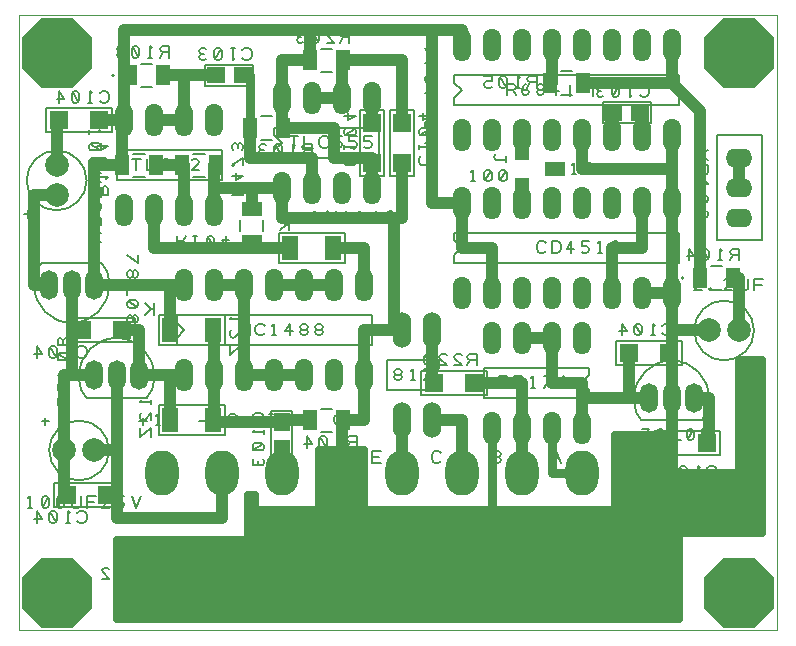
<source format=gbr>
G04 EasyPC Gerber Version 19.0.2 Build 3920 *
G04 #@! TF.Part,Single*
G04 #@! TF.FileFunction,Legend,Top *
%FSLAX35Y35*%
%MOIN*%
G04 #@! TA.AperFunction,WasherPad*
%AMT97*0 Octagon Pad at angle 0*4,1,8,-0.04892,-0.11811,0.04892,-0.11811,0.11811,-0.04892,0.11811,0.04892,0.04892,0.11811,-0.04892,0.11811,-0.11811,0.04892,-0.11811,-0.04892,-0.04892,-0.11811,0*%
%ADD97T97*%
G04 #@! TA.AperFunction,ComponentPad*
%ADD114O,0.05984X0.09843*%
%ADD111O,0.06000X0.11000*%
%ADD115O,0.06000X0.12000*%
G04 #@! TA.AperFunction,WasherPad*
%ADD131O,0.11024X0.14961*%
G04 #@! TA.AperFunction,SMDPad*
%ADD71R,0.04900X0.06900*%
%ADD116R,0.05500X0.06000*%
%ADD112R,0.05500X0.08000*%
%ADD117R,0.06300X0.06300*%
G04 #@! TD.AperFunction*
%ADD15C,0.00100*%
%ADD10C,0.00500*%
%ADD20C,0.00600*%
%ADD11C,0.02500*%
%ADD102C,0.02953*%
%ADD93C,0.03959*%
G04 #@! TA.AperFunction,WasherPad*
%ADD92O,0.08858X0.06299*%
G04 #@! TA.AperFunction,ComponentPad*
%ADD99C,0.07874*%
G04 #@! TA.AperFunction,WasherPad*
%ADD110R,0.06900X0.04900*%
G04 #@! TA.AperFunction,SMDPad*
%ADD113R,0.06000X0.05500*%
X0Y0D02*
D02*
D10*
X1677475Y1738437D02*
X1678725D01*
X1678100D02*
Y1742187D01*
X1677475Y1741563*
X1682163Y1738750D02*
X1682787Y1738437D01*
X1683413*
X1684037Y1738750*
X1684350Y1739375*
Y1741250*
X1684037Y1741875*
X1683413Y1742187*
X1682787*
X1682163Y1741875*
X1681850Y1741250*
Y1739375*
X1682163Y1738750*
X1684037Y1741875*
X1687163Y1738750D02*
X1687787Y1738437D01*
X1688413*
X1689037Y1738750*
X1689350Y1739375*
Y1741250*
X1689037Y1741875*
X1688413Y1742187*
X1687787*
X1687163Y1741875*
X1686850Y1741250*
Y1739375*
X1687163Y1738750*
X1689037Y1741875*
X1691850Y1742187D02*
Y1739375D01*
X1692163Y1738750*
X1692787Y1738437*
X1694037*
X1694663Y1738750*
X1694975Y1739375*
Y1742187*
X1696850Y1738437D02*
Y1742187D01*
X1699975*
X1699350Y1740313D02*
X1696850D01*
X1704350Y1738437D02*
X1701850D01*
X1704037Y1740625*
X1704350Y1741250*
X1704037Y1741875*
X1703413Y1742187*
X1702475*
X1701850Y1741875*
X1706850Y1738750D02*
X1707475Y1738437D01*
X1708413*
X1709037Y1738750*
X1709350Y1739375*
Y1739687*
X1709037Y1740313*
X1708413Y1740625*
X1706850*
Y1742187*
X1709350*
X1711850D02*
X1713413Y1738437D01*
X1714975Y1742187*
X1677163Y1835000D02*
Y1837500D01*
X1678413Y1836250D02*
X1675913D01*
X1681850Y1767187D02*
X1684350D01*
X1683100Y1765937D02*
Y1768437D01*
X1684350Y1757500D02*
G75*
G02X1694350Y1767500I10000D01*
G01*
G75*
G02X1704350Y1757500J-10000*
G01*
G75*
G02X1694350Y1747500I-10000*
G01*
G75*
G02X1684350Y1757500J10000*
G01*
X1686850Y1837500D02*
G75*
G02X1676850Y1847500J10000D01*
G01*
G75*
G02X1686850Y1857500I10000*
G01*
G75*
G02X1696850Y1847500J-10000*
G01*
G75*
G02X1686850Y1837500I-10000*
G01*
X1690913Y1772500D02*
X1687163Y1775000D01*
Y1772500*
X1690913Y1778437D02*
X1690600Y1779063D01*
X1689975Y1779687*
X1689037Y1780000*
X1688100*
X1687475Y1779687*
X1687163Y1779063*
Y1778437*
X1687475Y1777813*
X1688100Y1777500*
X1688725Y1777813*
X1689037Y1778437*
Y1779063*
X1688725Y1779687*
X1688100Y1780000*
X1687163Y1782500D02*
X1690913D01*
Y1785625*
X1690600Y1787813D02*
X1690913Y1788437D01*
Y1789063*
X1690600Y1789687*
X1689975Y1790000*
X1688100*
X1687475Y1789687*
X1687163Y1789063*
Y1788437*
X1687475Y1787813*
X1688100Y1787500*
X1689975*
X1690600Y1787813*
X1687475Y1789687*
X1689037Y1793437D02*
Y1794063D01*
X1688725Y1794687*
X1688100Y1795000*
X1687475Y1794687*
X1687163Y1794063*
Y1793437*
X1687475Y1792813*
X1688100Y1792500*
X1688725Y1792813*
X1689037Y1793437*
X1689350Y1792813*
X1689975Y1792500*
X1690600Y1792813*
X1690913Y1793437*
Y1794063*
X1690600Y1794687*
X1689975Y1795000*
X1689350Y1794687*
X1689037Y1794063*
X1694350Y1782500D02*
G75*
G02X1706850Y1795000I12500D01*
G01*
G75*
G02X1719350Y1782500J-12500*
G01*
Y1781000*
G75*
G02X1716850Y1775000I-8493J18*
G01*
X1696850*
G75*
G02X1694350Y1781000I5993J6018*
G01*
Y1782500*
X1693725Y1734063D02*
X1694037Y1733750D01*
X1694663Y1733437*
X1695600*
X1696225Y1733750*
X1696537Y1734063*
X1696850Y1734687*
Y1735937*
X1696537Y1736563*
X1696225Y1736875*
X1695600Y1737187*
X1694663*
X1694037Y1736875*
X1693725Y1736563*
X1691225Y1733437D02*
X1689975D01*
X1690600D02*
Y1737187D01*
X1691225Y1736563*
X1686537Y1733750D02*
X1685913Y1733437D01*
X1685287*
X1684663Y1733750*
X1684350Y1734375*
Y1736250*
X1684663Y1736875*
X1685287Y1737187*
X1685913*
X1686537Y1736875*
X1686850Y1736250*
Y1734375*
X1686537Y1733750*
X1684663Y1736875*
X1680287Y1733437D02*
Y1737187D01*
X1681850Y1734687*
X1679350*
X1693725Y1789063D02*
X1694037Y1788750D01*
X1694663Y1788437*
X1695600*
X1696225Y1788750*
X1696537Y1789063*
X1696850Y1789687*
Y1790937*
X1696537Y1791563*
X1696225Y1791875*
X1695600Y1792187*
X1694663*
X1694037Y1791875*
X1693725Y1791563*
X1691225Y1788437D02*
X1689975D01*
X1690600D02*
Y1792187D01*
X1691225Y1791563*
X1686537Y1788750D02*
X1685913Y1788437D01*
X1685287*
X1684663Y1788750*
X1684350Y1789375*
Y1791250*
X1684663Y1791875*
X1685287Y1792187*
X1685913*
X1686537Y1791875*
X1686850Y1791250*
Y1789375*
X1686537Y1788750*
X1684663Y1791875*
X1680287Y1788437D02*
Y1792187D01*
X1681850Y1789687*
X1679350*
X1697787Y1864375D02*
Y1863125D01*
Y1863750D02*
X1701537D01*
X1700913Y1864375*
X1698100Y1859687D02*
X1697787Y1859063D01*
Y1858437*
X1698100Y1857813*
X1698725Y1857500*
X1700600*
X1701225Y1857813*
X1701537Y1858437*
Y1859063*
X1701225Y1859687*
X1700600Y1860000*
X1698725*
X1698100Y1859687*
X1701225Y1857813*
X1698100Y1854687D02*
X1697787Y1854063D01*
Y1853437*
X1698100Y1852813*
X1698725Y1852500*
X1700600*
X1701225Y1852813*
X1701537Y1853437*
Y1854063*
X1701225Y1854687*
X1700600Y1855000*
X1698725*
X1698100Y1854687*
X1701225Y1852813*
X1701537Y1850000D02*
X1698725D01*
X1698100Y1849687*
X1697787Y1849063*
Y1847813*
X1698100Y1847187*
X1698725Y1846875*
X1701537*
X1697787Y1845000D02*
X1701537D01*
Y1841875*
X1699663Y1842500D02*
Y1845000D01*
X1697787Y1837500D02*
Y1840000D01*
X1699975Y1837813*
X1700600Y1837500*
X1701225Y1837813*
X1701537Y1838437*
Y1839375*
X1701225Y1840000*
X1698100Y1835000D02*
X1697787Y1834375D01*
Y1833437*
X1698100Y1832813*
X1698725Y1832500*
X1699037*
X1699663Y1832813*
X1699975Y1833437*
Y1835000*
X1701537*
Y1832500*
Y1830000D02*
X1697787Y1828437D01*
X1701537Y1826875*
X1700287Y1842500D02*
X1704037D01*
Y1844687*
X1703725Y1845313*
X1703100Y1845625*
X1702475Y1845313*
X1702163Y1844687*
Y1842500*
Y1844687D02*
X1700287Y1845625D01*
Y1848125D02*
Y1849375D01*
Y1848750D02*
X1704037D01*
X1703413Y1848125*
X1700600Y1852813D02*
X1700287Y1853437D01*
Y1854063*
X1700600Y1854687*
X1701225Y1855000*
X1703100*
X1703725Y1854687*
X1704037Y1854063*
Y1853437*
X1703725Y1852813*
X1703100Y1852500*
X1701225*
X1700600Y1852813*
X1703725Y1854687*
X1700287Y1859063D02*
X1704037D01*
X1701537Y1857500*
Y1860000*
X1704350Y1812500D02*
G75*
G02X1691850Y1800000I-12500D01*
G01*
G75*
G02X1679350Y1812500J12500*
G01*
Y1814000*
G75*
G02X1681850Y1820000I8493J-18*
G01*
X1701850*
G75*
G02X1704350Y1814000I-5993J-6018*
G01*
Y1812500*
X1701225Y1874063D02*
X1701537Y1873750D01*
X1702163Y1873437*
X1703100*
X1703725Y1873750*
X1704037Y1874063*
X1704350Y1874687*
Y1875937*
X1704037Y1876563*
X1703725Y1876875*
X1703100Y1877187*
X1702163*
X1701537Y1876875*
X1701225Y1876563*
X1698725Y1873437D02*
X1697475D01*
X1698100D02*
Y1877187D01*
X1698725Y1876563*
X1694037Y1873750D02*
X1693413Y1873437D01*
X1692787*
X1692163Y1873750*
X1691850Y1874375*
Y1876250*
X1692163Y1876875*
X1692787Y1877187*
X1693413*
X1694037Y1876875*
X1694350Y1876250*
Y1874375*
X1694037Y1873750*
X1692163Y1876875*
X1687787Y1873437D02*
Y1877187D01*
X1689350Y1874687*
X1686850*
X1705350Y1863500D02*
X1683350D01*
Y1871500*
X1705350*
Y1863500*
X1707850Y1738500D02*
X1685850D01*
Y1746500*
X1707850*
Y1738500*
X1710287Y1822500D02*
X1714037Y1820000D01*
Y1822500*
X1712163Y1816563D02*
Y1815937D01*
X1712475Y1815313*
X1713100Y1815000*
X1713725Y1815313*
X1714037Y1815937*
Y1816563*
X1713725Y1817187*
X1713100Y1817500*
X1712475Y1817187*
X1712163Y1816563*
X1711850Y1817187*
X1711225Y1817500*
X1710600Y1817187*
X1710287Y1816563*
Y1815937*
X1710600Y1815313*
X1711225Y1815000*
X1711850Y1815313*
X1712163Y1815937*
X1714037Y1812500D02*
X1710287D01*
Y1809375*
X1710600Y1807187D02*
X1710287Y1806563D01*
Y1805937*
X1710600Y1805313*
X1711225Y1805000*
X1713100*
X1713725Y1805313*
X1714037Y1805937*
Y1806563*
X1713725Y1807187*
X1713100Y1807500*
X1711225*
X1710600Y1807187*
X1713725Y1805313*
X1712163Y1801563D02*
Y1800937D01*
X1712475Y1800313*
X1713100Y1800000*
X1713725Y1800313*
X1714037Y1800937*
Y1801563*
X1713725Y1802187*
X1713100Y1802500*
X1712475Y1802187*
X1712163Y1801563*
X1711850Y1802187*
X1711225Y1802500*
X1710600Y1802187*
X1710287Y1801563*
Y1800937*
X1710600Y1800313*
X1711225Y1800000*
X1711850Y1800313*
X1712163Y1800937*
X1713413Y1850937D02*
Y1854687D01*
X1711850D02*
X1714975D01*
X1716850D02*
Y1850937D01*
X1719975*
X1721850Y1852187D02*
Y1853437D01*
X1722163Y1854063*
X1722475Y1854375*
X1723100Y1854687*
X1723725*
X1724350Y1854375*
X1724663Y1854063*
X1724975Y1853437*
Y1852187*
X1724663Y1851563*
X1724350Y1851250*
X1723725Y1850937*
X1723100*
X1722475Y1851250*
X1722163Y1851563*
X1721850Y1852187*
X1727787Y1852813D02*
X1728413D01*
X1729037Y1853125*
X1729350Y1853750*
X1729037Y1854375*
X1728413Y1854687*
X1727787*
X1727163Y1854375*
X1726850Y1853750*
X1727163Y1853125*
X1727787Y1852813*
X1727163Y1852500*
X1726850Y1851875*
X1727163Y1851250*
X1727787Y1850937*
X1728413*
X1729037Y1851250*
X1729350Y1851875*
X1729037Y1852500*
X1728413Y1852813*
X1734350Y1850937D02*
X1731850D01*
X1734037Y1853125*
X1734350Y1853750*
X1734037Y1854375*
X1733413Y1854687*
X1732475*
X1731850Y1854375*
X1712850Y1793500D02*
X1690850D01*
Y1801500*
X1712850*
Y1793500*
X1714350Y1705937D02*
X1716850D01*
X1715600Y1704687D02*
Y1707187D01*
X1719975Y1704687D02*
X1721225D01*
X1720600D02*
Y1708437D01*
X1719975Y1707813*
X1726850Y1704687D02*
X1724350D01*
X1726537Y1706875*
X1726850Y1707500*
X1726537Y1708125*
X1725913Y1708437*
X1724975*
X1724350Y1708125*
X1714350Y1715937D02*
X1711850D01*
X1713100Y1714687D02*
Y1717187D01*
X1708725Y1714687D02*
X1707475D01*
X1708100D02*
Y1718437D01*
X1708725Y1717813*
X1701850Y1714687D02*
X1704350D01*
X1702163Y1716875*
X1701850Y1717500*
X1702163Y1718125*
X1702787Y1718437*
X1703725*
X1704350Y1718125*
X1714350Y1767187D02*
X1716850D01*
X1715600Y1765937D02*
Y1768437D01*
X1719975Y1765937D02*
X1721225D01*
X1720600D02*
Y1769687D01*
X1719975Y1769063*
X1726850Y1765937D02*
X1724350D01*
X1726537Y1768125*
X1726850Y1768750*
X1726537Y1769375*
X1725913Y1769687*
X1724975*
X1724350Y1769375*
X1718413Y1774375D02*
Y1773125D01*
Y1773750D02*
X1714663D01*
X1715287Y1774375*
X1718413Y1767500D02*
Y1770000D01*
X1716225Y1767813*
X1715600Y1767500*
X1714975Y1767813*
X1714663Y1768437*
Y1769375*
X1714975Y1770000*
X1714663Y1765000D02*
Y1761875D01*
X1718413Y1765000*
Y1761875*
X1719350Y1806563D02*
Y1802813D01*
Y1804687D02*
X1718413D01*
X1716225Y1802813*
X1718413Y1804687D02*
X1716225Y1806563D01*
X1720850Y1772500D02*
X1742850D01*
Y1762500*
X1720850*
Y1772500*
X1724350Y1888437D02*
Y1892187D01*
X1722163*
X1721537Y1891875*
X1721225Y1891250*
X1721537Y1890625*
X1722163Y1890313*
X1724350*
X1722163D02*
X1721225Y1888437D01*
X1718725D02*
X1717475D01*
X1718100D02*
Y1892187D01*
X1718725Y1891563*
X1714037Y1888750D02*
X1713413Y1888437D01*
X1712787*
X1712163Y1888750*
X1711850Y1889375*
Y1891250*
X1712163Y1891875*
X1712787Y1892187*
X1713413*
X1714037Y1891875*
X1714350Y1891250*
Y1889375*
X1714037Y1888750*
X1712163Y1891875*
X1709037Y1888750D02*
X1708413Y1888437D01*
X1707787*
X1707163Y1888750*
X1706850Y1889375*
X1707163Y1890000*
X1707787Y1890313*
X1708413*
X1707787D02*
X1707163Y1890625D01*
X1706850Y1891250*
X1707163Y1891875*
X1707787Y1892187*
X1708413*
X1709037Y1891875*
X1726850Y1829063D02*
Y1825313D01*
X1729037*
X1729663Y1825625*
X1729975Y1826250*
X1729663Y1826875*
X1729037Y1827187*
X1726850*
X1729037D02*
X1729975Y1829063D01*
X1732475D02*
X1733725D01*
X1733100D02*
Y1825313D01*
X1732475Y1825937*
X1737163Y1828750D02*
X1737787Y1829063D01*
X1738413*
X1739037Y1828750*
X1739350Y1828125*
Y1826250*
X1739037Y1825625*
X1738413Y1825313*
X1737787*
X1737163Y1825625*
X1736850Y1826250*
Y1828125*
X1737163Y1828750*
X1739037Y1825625*
X1743413Y1829063D02*
Y1825313D01*
X1741850Y1827813*
X1744350*
X1734350Y1705937D02*
X1736850D01*
X1739975Y1704687D02*
X1741225D01*
X1740600D02*
Y1708437D01*
X1739975Y1707813*
X1746850Y1704687D02*
X1744350D01*
X1746537Y1706875*
X1746850Y1707500*
X1746537Y1708125*
X1745913Y1708437*
X1744975*
X1744350Y1708125*
X1734350Y1715937D02*
X1731850D01*
X1728725Y1714687D02*
X1727475D01*
X1728100D02*
Y1718437D01*
X1728725Y1717813*
X1721850Y1714687D02*
X1724350D01*
X1722163Y1716875*
X1721850Y1717500*
X1722163Y1718125*
X1722787Y1718437*
X1723725*
X1724350Y1718125*
X1734350Y1767187D02*
X1736850D01*
X1739975Y1765937D02*
X1741225D01*
X1740600D02*
Y1769687D01*
X1739975Y1769063*
X1746850Y1765937D02*
X1744350D01*
X1746537Y1768125*
X1746850Y1768750*
X1746537Y1769375*
X1745913Y1769687*
X1744975*
X1744350Y1769375*
X1741850Y1847500D02*
X1706850D01*
Y1850000*
X1709350Y1852500*
X1706850Y1855000*
Y1857500*
X1741850*
Y1847500*
X1742850Y1792500D02*
X1720850D01*
Y1802500*
X1742850*
Y1792500*
X1744350Y1769063D02*
Y1765313D01*
Y1767187D02*
X1745287D01*
X1747475Y1765313*
X1745287Y1767187D02*
X1747475Y1769063D01*
X1745287Y1842500D02*
X1749037D01*
Y1844687*
X1748725Y1845313*
X1748100Y1845625*
X1747475Y1845313*
X1747163Y1844687*
Y1842500*
Y1844687D02*
X1745287Y1845625D01*
Y1849063D02*
X1749037D01*
X1746537Y1847500*
Y1850000*
X1745287Y1852500D02*
X1749037Y1855000D01*
Y1852500*
X1745600Y1857813D02*
X1745287Y1858437D01*
Y1859063*
X1745600Y1859687*
X1746225Y1860000*
X1746850Y1859687*
X1747163Y1859063*
Y1858437*
Y1859063D02*
X1747475Y1859687D01*
X1748100Y1860000*
X1748725Y1859687*
X1749037Y1859063*
Y1858437*
X1748725Y1857813*
X1748100Y1795937D02*
Y1799687D01*
X1749663Y1797813*
X1751225Y1799687*
Y1795937*
X1756225Y1796563D02*
X1755913Y1796250D01*
X1755287Y1795937*
X1754350*
X1753725Y1796250*
X1753413Y1796563*
X1753100Y1797187*
Y1798437*
X1753413Y1799063*
X1753725Y1799375*
X1754350Y1799687*
X1755287*
X1755913Y1799375*
X1756225Y1799063*
X1758725Y1795937D02*
X1759975D01*
X1759350D02*
Y1799687D01*
X1758725Y1799063*
X1764663Y1795937D02*
Y1799687D01*
X1763100Y1797187*
X1765600*
X1769037Y1797813D02*
X1769663D01*
X1770287Y1798125*
X1770600Y1798750*
X1770287Y1799375*
X1769663Y1799687*
X1769037*
X1768413Y1799375*
X1768100Y1798750*
X1768413Y1798125*
X1769037Y1797813*
X1768413Y1797500*
X1768100Y1796875*
X1768413Y1796250*
X1769037Y1795937*
X1769663*
X1770287Y1796250*
X1770600Y1796875*
X1770287Y1797500*
X1769663Y1797813*
X1774037D02*
X1774663D01*
X1775287Y1798125*
X1775600Y1798750*
X1775287Y1799375*
X1774663Y1799687*
X1774037*
X1773413Y1799375*
X1773100Y1798750*
X1773413Y1798125*
X1774037Y1797813*
X1773413Y1797500*
X1773100Y1796875*
X1773413Y1796250*
X1774037Y1795937*
X1774663*
X1775287Y1796250*
X1775600Y1796875*
X1775287Y1797500*
X1774663Y1797813*
X1748413Y1801875D02*
Y1800625D01*
Y1801250D02*
X1744663D01*
X1745287Y1801875*
X1748413Y1795000D02*
Y1797500D01*
X1746225Y1795313*
X1745600Y1795000*
X1744975Y1795313*
X1744663Y1795937*
Y1796875*
X1744975Y1797500*
X1744663Y1792500D02*
Y1789375D01*
X1748413Y1792500*
Y1789375*
X1748725Y1890937D02*
X1749037Y1891250D01*
X1749663Y1891563*
X1750600*
X1751225Y1891250*
X1751537Y1890937*
X1751850Y1890313*
Y1889063*
X1751537Y1888437*
X1751225Y1888125*
X1750600Y1887813*
X1749663*
X1749037Y1888125*
X1748725Y1888437*
X1746225Y1891563D02*
X1744975D01*
X1745600D02*
Y1887813D01*
X1746225Y1888437*
X1741537Y1891250D02*
X1740913Y1891563D01*
X1740287*
X1739663Y1891250*
X1739350Y1890625*
Y1888750*
X1739663Y1888125*
X1740287Y1887813*
X1740913*
X1741537Y1888125*
X1741850Y1888750*
Y1890625*
X1741537Y1891250*
X1739663Y1888125*
X1736537Y1891250D02*
X1735913Y1891563D01*
X1735287*
X1734663Y1891250*
X1734350Y1890625*
X1734663Y1890000*
X1735287Y1889687*
X1735913*
X1735287D02*
X1734663Y1889375D01*
X1734350Y1888750*
X1734663Y1888125*
X1735287Y1887813*
X1735913*
X1736537Y1888125*
X1752350Y1879000D02*
X1736350D01*
Y1886000*
X1752350*
Y1879000*
X1757787Y1704687D02*
X1759037D01*
X1758413D02*
Y1708437D01*
X1757787D02*
X1759037D01*
X1761850Y1704687D02*
Y1708437D01*
X1764975Y1704687*
Y1708437*
X1755913Y1714687D02*
X1754663D01*
X1755287D02*
Y1718437D01*
X1755913D02*
X1754663D01*
X1751850Y1714687D02*
Y1718437D01*
X1748725Y1714687*
Y1718437*
X1757787Y1765937D02*
X1759037D01*
X1758413D02*
Y1769687D01*
X1757787D02*
X1759037D01*
X1761850Y1765937D02*
Y1769687D01*
X1764975Y1765937*
Y1769687*
X1755287Y1766875D02*
X1755600Y1767187D01*
X1755913Y1767813*
Y1768750*
X1755600Y1769375*
X1755287Y1769687*
X1754663Y1770000*
X1753413*
X1752787Y1769687*
X1752475Y1769375*
X1752163Y1768750*
Y1767813*
X1752475Y1767187*
X1752787Y1766875*
X1755913Y1764375D02*
Y1763125D01*
Y1763750D02*
X1752163D01*
X1752787Y1764375*
X1755600Y1759687D02*
X1755913Y1759063D01*
Y1758437*
X1755600Y1757813*
X1754975Y1757500*
X1753100*
X1752475Y1757813*
X1752163Y1758437*
Y1759063*
X1752475Y1759687*
X1753100Y1760000*
X1754975*
X1755600Y1759687*
X1752475Y1757813*
X1755600Y1754687D02*
X1755913Y1754063D01*
Y1753437*
X1755600Y1752813*
X1754975Y1752500*
X1754350Y1752813*
X1754037Y1753437*
Y1754063*
Y1753437D02*
X1753725Y1752813D01*
X1753100Y1752500*
X1752475Y1752813*
X1752163Y1753437*
Y1754063*
X1752475Y1754687*
X1758350Y1754500D02*
Y1770500D01*
X1765350*
Y1754500*
X1758350*
X1764350Y1830937D02*
Y1834687D01*
Y1832813D02*
X1763413D01*
X1761225Y1834687*
X1763413Y1832813D02*
X1761225Y1830937D01*
X1765913Y1858437D02*
Y1862187D01*
X1764350D02*
X1767475D01*
X1769350D02*
Y1858437D01*
X1772475*
X1777475Y1859063D02*
X1777163Y1858750D01*
X1776537Y1858437*
X1775600*
X1774975Y1858750*
X1774663Y1859063*
X1774350Y1859687*
Y1860937*
X1774663Y1861563*
X1774975Y1861875*
X1775600Y1862187*
X1776537*
X1777163Y1861875*
X1777475Y1861563*
X1779350Y1858750D02*
X1779975Y1858437D01*
X1780913*
X1781537Y1858750*
X1781850Y1859375*
Y1859687*
X1781537Y1860313*
X1780913Y1860625*
X1779350*
Y1862187*
X1781850*
X1784350Y1858750D02*
X1784975Y1858437D01*
X1785913*
X1786537Y1858750*
X1786850Y1859375*
Y1859687*
X1786537Y1860313*
X1785913Y1860625*
X1784350*
Y1862187*
X1786850*
X1789350Y1858750D02*
X1789975Y1858437D01*
X1790913*
X1791537Y1858750*
X1791850Y1859375*
Y1859687*
X1791537Y1860313*
X1790913Y1860625*
X1789350*
Y1862187*
X1791850*
X1772475Y1833437D02*
X1773725D01*
X1773100D02*
Y1837187D01*
X1772475Y1836563*
X1776850Y1833437D02*
Y1837187D01*
X1779975Y1833437*
Y1837187*
X1783413Y1833437D02*
Y1837187D01*
X1781850Y1834687*
X1784350*
X1787475Y1833437D02*
X1788725D01*
X1788100D02*
Y1837187D01*
X1787475Y1836563*
X1793413Y1833437D02*
Y1837187D01*
X1791850Y1834687*
X1794350*
X1797787Y1835313D02*
X1798413D01*
X1799037Y1835625*
X1799350Y1836250*
X1799037Y1836875*
X1798413Y1837187*
X1797787*
X1797163Y1836875*
X1796850Y1836250*
X1797163Y1835625*
X1797787Y1835313*
X1797163Y1835000*
X1796850Y1834375*
X1797163Y1833750*
X1797787Y1833437*
X1798413*
X1799037Y1833750*
X1799350Y1834375*
X1799037Y1835000*
X1798413Y1835313*
X1771850Y1855937D02*
Y1859687D01*
X1769663*
X1769037Y1859375*
X1768725Y1858750*
X1769037Y1858125*
X1769663Y1857813*
X1771850*
X1769663D02*
X1768725Y1855937D01*
X1766225D02*
X1764975D01*
X1765600D02*
Y1859687D01*
X1766225Y1859063*
X1761537Y1856250D02*
X1760913Y1855937D01*
X1760287*
X1759663Y1856250*
X1759350Y1856875*
Y1858750*
X1759663Y1859375*
X1760287Y1859687*
X1760913*
X1761537Y1859375*
X1761850Y1858750*
Y1856875*
X1761537Y1856250*
X1759663Y1859375*
X1756537Y1856250D02*
X1755913Y1855937D01*
X1755287*
X1754663Y1856250*
X1754350Y1856875*
X1754663Y1857500*
X1755287Y1857813*
X1755913*
X1755287D02*
X1754663Y1858125D01*
X1754350Y1858750*
X1754663Y1859375*
X1755287Y1859687*
X1755913*
X1756537Y1859375*
X1781537Y1706250D02*
X1782475D01*
Y1705937*
X1782163Y1705313*
X1781850Y1705000*
X1781225Y1704687*
X1780600*
X1779975Y1705000*
X1779663Y1705313*
X1779350Y1705937*
Y1707187*
X1779663Y1707813*
X1779975Y1708125*
X1780600Y1708437*
X1781225*
X1781850Y1708125*
X1782163Y1707813*
X1782475Y1707187*
X1777163Y1716250D02*
X1776225D01*
Y1715937*
X1776537Y1715313*
X1776850Y1715000*
X1777475Y1714687*
X1778100*
X1778725Y1715000*
X1779037Y1715313*
X1779350Y1715937*
Y1717187*
X1779037Y1717813*
X1778725Y1718125*
X1778100Y1718437*
X1777475*
X1776850Y1718125*
X1776537Y1717813*
X1776225Y1717187*
X1781537Y1767500D02*
X1782475D01*
Y1767187*
X1782163Y1766563*
X1781850Y1766250*
X1781225Y1765937*
X1780600*
X1779975Y1766250*
X1779663Y1766563*
X1779350Y1767187*
Y1768437*
X1779663Y1769063*
X1779975Y1769375*
X1780600Y1769687*
X1781225*
X1781850Y1769375*
X1782163Y1769063*
X1782475Y1768437*
X1783413Y1855625D02*
X1783100Y1855313D01*
X1782787Y1854687*
Y1853750*
X1783100Y1853125*
X1783413Y1852813*
X1784037Y1852500*
X1785287*
X1785913Y1852813*
X1786225Y1853125*
X1786537Y1853750*
Y1854687*
X1786225Y1855313*
X1785913Y1855625*
X1782787Y1858125D02*
Y1859375D01*
Y1858750D02*
X1786537D01*
X1785913Y1858125*
X1783100Y1862813D02*
X1782787Y1863437D01*
Y1864063*
X1783100Y1864687*
X1783725Y1865000*
X1785600*
X1786225Y1864687*
X1786537Y1864063*
Y1863437*
X1786225Y1862813*
X1785600Y1862500*
X1783725*
X1783100Y1862813*
X1786225Y1864687*
X1782787Y1869063D02*
X1786537D01*
X1784037Y1867500*
Y1870000*
X1782850Y1820000D02*
X1760850D01*
Y1830000*
X1782850*
Y1820000*
X1784350Y1893437D02*
Y1897187D01*
X1782163*
X1781537Y1896875*
X1781225Y1896250*
X1781537Y1895625*
X1782163Y1895313*
X1784350*
X1782163D02*
X1781225Y1893437D01*
X1776850D02*
X1779350D01*
X1777163Y1895625*
X1776850Y1896250*
X1777163Y1896875*
X1777787Y1897187*
X1778725*
X1779350Y1896875*
X1774037Y1893750D02*
X1773413Y1893437D01*
X1772787*
X1772163Y1893750*
X1771850Y1894375*
Y1896250*
X1772163Y1896875*
X1772787Y1897187*
X1773413*
X1774037Y1896875*
X1774350Y1896250*
Y1894375*
X1774037Y1893750*
X1772163Y1896875*
X1769037Y1893750D02*
X1768413Y1893437D01*
X1767787*
X1767163Y1893750*
X1766850Y1894375*
X1767163Y1895000*
X1767787Y1895313*
X1768413*
X1767787D02*
X1767163Y1895625D01*
X1766850Y1896250*
X1767163Y1896875*
X1767787Y1897187*
X1768413*
X1769037Y1896875*
X1786850Y1758437D02*
Y1762187D01*
X1784663*
X1784037Y1761875*
X1783725Y1761250*
X1784037Y1760625*
X1784663Y1760313*
X1786850*
X1784663D02*
X1783725Y1758437D01*
X1781225D02*
X1779975D01*
X1780600D02*
Y1762187D01*
X1781225Y1761563*
X1776537Y1758750D02*
X1775913Y1758437D01*
X1775287*
X1774663Y1758750*
X1774350Y1759375*
Y1761250*
X1774663Y1761875*
X1775287Y1762187*
X1775913*
X1776537Y1761875*
X1776850Y1761250*
Y1759375*
X1776537Y1758750*
X1774663Y1761875*
X1770287Y1758437D02*
Y1762187D01*
X1771850Y1759687*
X1769350*
X1791850Y1753437D02*
Y1757187D01*
X1794975*
X1794350Y1755313D02*
X1791850D01*
Y1753437D02*
X1794975D01*
X1791850Y1792500D02*
X1726850D01*
Y1795000*
X1729350Y1797500*
X1726850Y1800000*
Y1802500*
X1791850*
Y1792500*
X1794350Y1855000D02*
X1759350D01*
Y1857500*
X1761850Y1860000*
X1759350Y1862500*
Y1865000*
X1794350*
Y1855000*
X1795850Y1871000D02*
Y1849000D01*
X1787850*
Y1871000*
X1795850*
X1796850Y1787500D02*
X1814350D01*
Y1785000*
X1811850Y1782500*
X1814350Y1780000*
Y1777500*
X1796850*
Y1787500*
X1800287Y1782813D02*
X1800913D01*
X1801537Y1783125*
X1801850Y1783750*
X1801537Y1784375*
X1800913Y1784687*
X1800287*
X1799663Y1784375*
X1799350Y1783750*
X1799663Y1783125*
X1800287Y1782813*
X1799663Y1782500*
X1799350Y1781875*
X1799663Y1781250*
X1800287Y1780937*
X1800913*
X1801537Y1781250*
X1801850Y1781875*
X1801537Y1782500*
X1800913Y1782813*
X1804975Y1780937D02*
X1806225D01*
X1805600D02*
Y1784687D01*
X1804975Y1784063*
X1809350Y1780937D02*
X1811850Y1784687D01*
X1809350*
X1800600Y1704687D02*
Y1708437D01*
X1803725*
X1803100Y1706563D02*
X1800600D01*
Y1704687D02*
X1803725D01*
X1800600Y1714687D02*
Y1718437D01*
X1797475*
X1798100Y1716563D02*
X1800600D01*
Y1714687D02*
X1797475D01*
X1805850Y1871000D02*
Y1849000D01*
X1797850*
Y1871000*
X1805850*
X1808413Y1855625D02*
X1808100Y1855313D01*
X1807787Y1854687*
Y1853750*
X1808100Y1853125*
X1808413Y1852813*
X1809037Y1852500*
X1810287*
X1810913Y1852813*
X1811225Y1853125*
X1811537Y1853750*
Y1854687*
X1811225Y1855313*
X1810913Y1855625*
X1807787Y1858125D02*
Y1859375D01*
Y1858750D02*
X1811537D01*
X1810913Y1858125*
X1808100Y1862813D02*
X1807787Y1863437D01*
Y1864063*
X1808100Y1864687*
X1808725Y1865000*
X1810600*
X1811225Y1864687*
X1811537Y1864063*
Y1863437*
X1811225Y1862813*
X1810600Y1862500*
X1808725*
X1808100Y1862813*
X1811225Y1864687*
X1807787Y1869063D02*
X1811537D01*
X1809037Y1867500*
Y1870000*
X1808350Y1784000D02*
X1830350D01*
Y1776000*
X1808350*
Y1784000*
X1814975Y1754063D02*
X1814663Y1753750D01*
X1814037Y1753437*
X1813100*
X1812475Y1753750*
X1812163Y1754063*
X1811850Y1754687*
Y1755937*
X1812163Y1756563*
X1812475Y1756875*
X1813100Y1757187*
X1814037*
X1814663Y1756875*
X1814975Y1756563*
X1809663Y1860000D02*
X1812475D01*
X1813100Y1860313*
X1813413Y1860937*
Y1862187*
X1813100Y1862813*
X1812475Y1863125*
X1809663*
X1813413Y1867500D02*
Y1865000D01*
X1811225Y1867187*
X1810600Y1867500*
X1809975Y1867187*
X1809663Y1866563*
Y1865625*
X1809975Y1865000*
X1813413Y1876563D02*
X1809663D01*
X1812163Y1875000*
Y1877500*
X1813100Y1880313D02*
X1813413Y1880937D01*
Y1881563*
X1813100Y1882187*
X1812475Y1882500*
X1810600*
X1809975Y1882187*
X1809663Y1881563*
Y1880937*
X1809975Y1880313*
X1810600Y1880000*
X1812475*
X1813100Y1880313*
X1809975Y1882187*
X1813413Y1886563D02*
X1809663D01*
X1812163Y1885000*
Y1887500*
X1812475Y1890000D02*
X1811850Y1890313D01*
X1811537Y1890937*
Y1891563*
X1811850Y1892187*
X1812475Y1892500*
X1813100Y1892187*
X1813413Y1891563*
Y1890937*
X1813100Y1890313*
X1812475Y1890000*
X1811537*
X1810600Y1890313*
X1809975Y1890937*
X1809663Y1891563*
X1823725Y1705313D02*
X1823413Y1705000D01*
X1822787Y1704687*
X1821850*
X1821225Y1705000*
X1820913Y1705313*
X1820600Y1705937*
Y1707187*
X1820913Y1707813*
X1821225Y1708125*
X1821850Y1708437*
X1822787*
X1823413Y1708125*
X1823725Y1707813*
X1817475Y1715313D02*
X1817787Y1715000D01*
X1818413Y1714687*
X1819350*
X1819975Y1715000*
X1820287Y1715313*
X1820600Y1715937*
Y1717187*
X1820287Y1717813*
X1819975Y1718125*
X1819350Y1718437*
X1818413*
X1817787Y1718125*
X1817475Y1717813*
X1824975Y1847187D02*
X1826225D01*
X1825600D02*
Y1850937D01*
X1824975Y1850313*
X1829663Y1847500D02*
X1830287Y1847187D01*
X1830913*
X1831537Y1847500*
X1831850Y1848125*
Y1850000*
X1831537Y1850625*
X1830913Y1850937*
X1830287*
X1829663Y1850625*
X1829350Y1850000*
Y1848125*
X1829663Y1847500*
X1831537Y1850625*
X1834663Y1847500D02*
X1835287Y1847187D01*
X1835913*
X1836537Y1847500*
X1836850Y1848125*
Y1850000*
X1836537Y1850625*
X1835913Y1850937*
X1835287*
X1834663Y1850625*
X1834350Y1850000*
Y1848125*
X1834663Y1847500*
X1836537Y1850625*
X1826850Y1785937D02*
Y1789687D01*
X1824663*
X1824037Y1789375*
X1823725Y1788750*
X1824037Y1788125*
X1824663Y1787813*
X1826850*
X1824663D02*
X1823725Y1785937D01*
X1819350D02*
X1821850D01*
X1819663Y1788125*
X1819350Y1788750*
X1819663Y1789375*
X1820287Y1789687*
X1821225*
X1821850Y1789375*
X1814350Y1785937D02*
X1816850D01*
X1814663Y1788125*
X1814350Y1788750*
X1814663Y1789375*
X1815287Y1789687*
X1816225*
X1816850Y1789375*
X1811537Y1786250D02*
X1810913Y1785937D01*
X1810287*
X1809663Y1786250*
X1809350Y1786875*
Y1788750*
X1809663Y1789375*
X1810287Y1789687*
X1810913*
X1811537Y1789375*
X1811850Y1788750*
Y1786875*
X1811537Y1786250*
X1809663Y1789375*
X1829350Y1785000D02*
X1864350D01*
Y1782500*
X1861850Y1780000*
X1864350Y1777500*
Y1775000*
X1829350*
Y1785000*
X1834037Y1755313D02*
X1834663Y1755000D01*
X1834975Y1754375*
X1834663Y1753750*
X1834037Y1753437*
X1831850*
Y1757187*
X1834037*
X1834663Y1756875*
X1834975Y1756250*
X1834663Y1755625*
X1834037Y1755313*
X1831850*
X1833413Y1856250D02*
X1833100Y1855937D01*
X1832787Y1855313*
X1833100Y1854687*
X1833413Y1854375*
X1836537*
Y1853750*
Y1854375D02*
Y1855625D01*
X1834350Y1778437D02*
X1836850Y1782187D01*
X1834350*
X1839350Y1778750D02*
X1839975Y1778437D01*
X1840913*
X1841537Y1778750*
X1841850Y1779375*
Y1779687*
X1841537Y1780313*
X1840913Y1780625*
X1839350*
Y1782187*
X1841850*
X1844975Y1778437D02*
X1846225D01*
X1845600D02*
Y1782187D01*
X1844975Y1781563*
X1849350Y1778437D02*
X1851850Y1782187D01*
X1849350*
X1854350Y1779375D02*
X1854663Y1780000D01*
X1855287Y1780313*
X1855913*
X1856537Y1780000*
X1856850Y1779375*
X1856537Y1778750*
X1855913Y1778437*
X1855287*
X1854663Y1778750*
X1854350Y1779375*
Y1780313*
X1854663Y1781250*
X1855287Y1781875*
X1855913Y1782187*
X1836850Y1875937D02*
Y1879687D01*
X1839037*
X1839663Y1879375*
X1839975Y1878750*
X1839663Y1878125*
X1839037Y1877813*
X1836850*
X1839037D02*
X1839975Y1875937D01*
X1841850Y1876875D02*
X1842163Y1877500D01*
X1842787Y1877813*
X1843413*
X1844037Y1877500*
X1844350Y1876875*
X1844037Y1876250*
X1843413Y1875937*
X1842787*
X1842163Y1876250*
X1841850Y1876875*
Y1877813*
X1842163Y1878750*
X1842787Y1879375*
X1843413Y1879687*
X1847787Y1877813D02*
X1848413D01*
X1849037Y1878125*
X1849350Y1878750*
X1849037Y1879375*
X1848413Y1879687*
X1847787*
X1847163Y1879375*
X1846850Y1878750*
X1847163Y1878125*
X1847787Y1877813*
X1847163Y1877500*
X1846850Y1876875*
X1847163Y1876250*
X1847787Y1875937*
X1848413*
X1849037Y1876250*
X1849350Y1876875*
X1849037Y1877500*
X1848413Y1877813*
X1853413Y1875937D02*
Y1879687D01*
X1851850Y1877187*
X1854350*
X1842787Y1706563D02*
X1843413Y1706250D01*
X1843725Y1705625*
X1843413Y1705000*
X1842787Y1704687*
X1840600*
Y1708437*
X1842787*
X1843413Y1708125*
X1843725Y1707500*
X1843413Y1706875*
X1842787Y1706563*
X1840600*
X1838413Y1716563D02*
X1837787Y1716250D01*
X1837475Y1715625*
X1837787Y1715000*
X1838413Y1714687*
X1840600*
Y1718437*
X1838413*
X1837787Y1718125*
X1837475Y1717500*
X1837787Y1716875*
X1838413Y1716563*
X1840600*
X1849975Y1824063D02*
X1849663Y1823750D01*
X1849037Y1823437*
X1848100*
X1847475Y1823750*
X1847163Y1824063*
X1846850Y1824687*
Y1825937*
X1847163Y1826563*
X1847475Y1826875*
X1848100Y1827187*
X1849037*
X1849663Y1826875*
X1849975Y1826563*
X1851850Y1823437D02*
Y1827187D01*
X1853725*
X1854350Y1826875*
X1854663Y1826563*
X1854975Y1825937*
Y1824687*
X1854663Y1824063*
X1854350Y1823750*
X1853725Y1823437*
X1851850*
X1858413D02*
Y1827187D01*
X1856850Y1824687*
X1859350*
X1861850Y1823750D02*
X1862475Y1823437D01*
X1863413*
X1864037Y1823750*
X1864350Y1824375*
Y1824687*
X1864037Y1825313*
X1863413Y1825625*
X1861850*
Y1827187*
X1864350*
X1867475Y1823437D02*
X1868725D01*
X1868100D02*
Y1827187D01*
X1867475Y1826563*
X1872787Y1825313D02*
X1873413D01*
X1874037Y1825625*
X1874350Y1826250*
X1874037Y1826875*
X1873413Y1827187*
X1872787*
X1872163Y1826875*
X1871850Y1826250*
X1872163Y1825625*
X1872787Y1825313*
X1872163Y1825000*
X1871850Y1824375*
X1872163Y1823750*
X1872787Y1823437*
X1873413*
X1874037Y1823750*
X1874350Y1824375*
X1874037Y1825000*
X1873413Y1825313*
X1846850Y1878437D02*
Y1882187D01*
X1844663*
X1844037Y1881875*
X1843725Y1881250*
X1844037Y1880625*
X1844663Y1880313*
X1846850*
X1844663D02*
X1843725Y1878437D01*
X1841225D02*
X1839975D01*
X1840600D02*
Y1882187D01*
X1841225Y1881563*
X1836537Y1878750D02*
X1835913Y1878437D01*
X1835287*
X1834663Y1878750*
X1834350Y1879375*
Y1881250*
X1834663Y1881875*
X1835287Y1882187*
X1835913*
X1836537Y1881875*
X1836850Y1881250*
Y1879375*
X1836537Y1878750*
X1834663Y1881875*
X1831850Y1878750D02*
X1831225Y1878437D01*
X1830287*
X1829663Y1878750*
X1829350Y1879375*
Y1879687*
X1829663Y1880313*
X1830287Y1880625*
X1831850*
Y1882187*
X1829350*
X1851850Y1753437D02*
X1853413Y1757187D01*
X1854975Y1753437*
X1852475Y1755000D02*
X1854350D01*
X1858725Y1849687D02*
X1859975D01*
X1859350D02*
Y1853437D01*
X1858725Y1852813*
X1863413Y1850000D02*
X1864037Y1849687D01*
X1864663*
X1865287Y1850000*
X1865600Y1850625*
Y1852500*
X1865287Y1853125*
X1864663Y1853437*
X1864037*
X1863413Y1853125*
X1863100Y1852500*
Y1850625*
X1863413Y1850000*
X1865287Y1853125*
X1860600Y1704687D02*
X1862163Y1708437D01*
X1863725Y1704687*
X1861225Y1706250D02*
X1863100D01*
X1860600Y1714687D02*
X1859037Y1718437D01*
X1857475Y1714687*
X1859975Y1716250D02*
X1858100D01*
X1874037Y1755000D02*
X1874975D01*
Y1754687*
X1874663Y1754063*
X1874350Y1753750*
X1873725Y1753437*
X1873100*
X1872475Y1753750*
X1872163Y1754063*
X1871850Y1754687*
Y1755937*
X1872163Y1756563*
X1872475Y1756875*
X1873100Y1757187*
X1873725*
X1874350Y1756875*
X1874663Y1756563*
X1874975Y1755937*
X1873350Y1794000D02*
X1895350D01*
Y1786000*
X1873350*
Y1794000*
X1879350Y1775000D02*
G75*
G02X1891850Y1787500I12500D01*
G01*
G75*
G02X1904350Y1775000J-12500*
G01*
Y1773500*
G75*
G02X1901850Y1767500I-8493J18*
G01*
X1881850*
G75*
G02X1879350Y1773500I5993J6018*
G01*
Y1775000*
X1882787Y1706250D02*
X1883725D01*
Y1705937*
X1883413Y1705313*
X1883100Y1705000*
X1882475Y1704687*
X1881850*
X1881225Y1705000*
X1880913Y1705313*
X1880600Y1705937*
Y1707187*
X1880913Y1707813*
X1881225Y1708125*
X1881850Y1708437*
X1882475*
X1883100Y1708125*
X1883413Y1707813*
X1883725Y1707187*
X1878413Y1716250D02*
X1877475D01*
Y1715937*
X1877787Y1715313*
X1878100Y1715000*
X1878725Y1714687*
X1879350*
X1879975Y1715000*
X1880287Y1715313*
X1880600Y1715937*
Y1717187*
X1880287Y1717813*
X1879975Y1718125*
X1879350Y1718437*
X1878725*
X1878100Y1718125*
X1877787Y1717813*
X1877475Y1717187*
X1881850Y1760937D02*
X1884350Y1764687D01*
X1881850*
X1887787Y1762813D02*
X1888413D01*
X1889037Y1763125*
X1889350Y1763750*
X1889037Y1764375*
X1888413Y1764687*
X1887787*
X1887163Y1764375*
X1886850Y1763750*
X1887163Y1763125*
X1887787Y1762813*
X1887163Y1762500*
X1886850Y1761875*
X1887163Y1761250*
X1887787Y1760937*
X1888413*
X1889037Y1761250*
X1889350Y1761875*
X1889037Y1762500*
X1888413Y1762813*
X1891850Y1764687D02*
Y1760937D01*
X1894975*
X1897163Y1761250D02*
X1897787Y1760937D01*
X1898413*
X1899037Y1761250*
X1899350Y1761875*
Y1763750*
X1899037Y1764375*
X1898413Y1764687*
X1897787*
X1897163Y1764375*
X1896850Y1763750*
Y1761875*
X1897163Y1761250*
X1899037Y1764375*
X1901850Y1761250D02*
X1902475Y1760937D01*
X1903413*
X1904037Y1761250*
X1904350Y1761875*
Y1762187*
X1904037Y1762813*
X1903413Y1763125*
X1901850*
Y1764687*
X1904350*
X1881225Y1878437D02*
X1881537Y1878750D01*
X1882163Y1879063*
X1883100*
X1883725Y1878750*
X1884037Y1878437*
X1884350Y1877813*
Y1876563*
X1884037Y1875937*
X1883725Y1875625*
X1883100Y1875313*
X1882163*
X1881537Y1875625*
X1881225Y1875937*
X1878725Y1879063D02*
X1877475D01*
X1878100D02*
Y1875313D01*
X1878725Y1875937*
X1874037Y1878750D02*
X1873413Y1879063D01*
X1872787*
X1872163Y1878750*
X1871850Y1878125*
Y1876250*
X1872163Y1875625*
X1872787Y1875313*
X1873413*
X1874037Y1875625*
X1874350Y1876250*
Y1878125*
X1874037Y1878750*
X1872163Y1875625*
X1869037Y1878750D02*
X1868413Y1879063D01*
X1867787*
X1867163Y1878750*
X1866850Y1878125*
X1867163Y1877500*
X1867787Y1877187*
X1868413*
X1867787D02*
X1867163Y1876875D01*
X1866850Y1876250*
X1867163Y1875625*
X1867787Y1875313*
X1868413*
X1869037Y1875625*
X1884850Y1866500D02*
X1868850D01*
Y1873500*
X1884850*
Y1866500*
X1888725Y1796563D02*
X1889037Y1796250D01*
X1889663Y1795937*
X1890600*
X1891225Y1796250*
X1891537Y1796563*
X1891850Y1797187*
Y1798437*
X1891537Y1799063*
X1891225Y1799375*
X1890600Y1799687*
X1889663*
X1889037Y1799375*
X1888725Y1799063*
X1886225Y1795937D02*
X1884975D01*
X1885600D02*
Y1799687D01*
X1886225Y1799063*
X1881537Y1796250D02*
X1880913Y1795937D01*
X1880287*
X1879663Y1796250*
X1879350Y1796875*
Y1798750*
X1879663Y1799375*
X1880287Y1799687*
X1880913*
X1881537Y1799375*
X1881850Y1798750*
Y1796875*
X1881537Y1796250*
X1879663Y1799375*
X1875287Y1795937D02*
Y1799687D01*
X1876850Y1797187*
X1874350*
X1894350Y1820000D02*
X1819350D01*
Y1822500*
X1821850Y1825000*
X1819350Y1827500*
Y1830000*
X1894350*
Y1820000*
Y1872500D02*
X1819350D01*
Y1875000*
X1821850Y1877500*
X1819350Y1880000*
Y1882500*
X1894350*
Y1872500*
X1901850Y1810937D02*
X1899350D01*
X1901537Y1813125*
X1901850Y1813750*
X1901537Y1814375*
X1900913Y1814687*
X1899975*
X1899350Y1814375*
X1904663Y1810937D02*
X1904975Y1811250D01*
X1904663Y1811563*
X1904350Y1811250*
X1904663Y1810937*
X1911850D02*
X1909350D01*
X1911537Y1813125*
X1911850Y1813750*
X1911537Y1814375*
X1910913Y1814687*
X1909975*
X1909350Y1814375*
X1914350Y1814687D02*
Y1811875D01*
X1914663Y1811250*
X1915287Y1810937*
X1916537*
X1917163Y1811250*
X1917475Y1811875*
Y1814687*
X1919350Y1810937D02*
Y1814687D01*
X1922475*
X1921850Y1812813D02*
X1919350D01*
X1904037Y1857500D02*
X1900287Y1855937D01*
X1904037Y1854375*
X1900287Y1852500D02*
X1904037D01*
Y1850313*
X1903725Y1849687*
X1903100Y1849375*
X1902475Y1849687*
X1902163Y1850313*
Y1852500*
Y1850313D02*
X1900287Y1849375D01*
Y1846875D02*
Y1845625D01*
Y1846250D02*
X1904037D01*
X1903413Y1846875*
X1900600Y1842187D02*
X1900287Y1841563D01*
Y1840937*
X1900600Y1840313*
X1901225Y1840000*
X1903100*
X1903725Y1840313*
X1904037Y1840937*
Y1841563*
X1903725Y1842187*
X1903100Y1842500*
X1901225*
X1900600Y1842187*
X1903725Y1840313*
X1900600Y1837187D02*
X1900287Y1836563D01*
Y1835937*
X1900600Y1835313*
X1901225Y1835000*
X1901850Y1835313*
X1902163Y1835937*
Y1836563*
Y1835937D02*
X1902475Y1835313D01*
X1903100Y1835000*
X1903725Y1835313*
X1904037Y1835937*
Y1836563*
X1903725Y1837187*
X1903725Y1749063D02*
X1904037Y1748750D01*
X1904663Y1748437*
X1905600*
X1906225Y1748750*
X1906537Y1749063*
X1906850Y1749687*
Y1750937*
X1906537Y1751563*
X1906225Y1751875*
X1905600Y1752187*
X1904663*
X1904037Y1751875*
X1903725Y1751563*
X1901225Y1748437D02*
X1899975D01*
X1900600D02*
Y1752187D01*
X1901225Y1751563*
X1896537Y1748750D02*
X1895913Y1748437D01*
X1895287*
X1894663Y1748750*
X1894350Y1749375*
Y1751250*
X1894663Y1751875*
X1895287Y1752187*
X1895913*
X1896537Y1751875*
X1896850Y1751250*
Y1749375*
X1896537Y1748750*
X1894663Y1751875*
X1890287Y1748437D02*
Y1752187D01*
X1891850Y1749687*
X1889350*
X1906850Y1862500D02*
X1921850D01*
Y1827500*
X1906850*
Y1862500*
X1907850Y1756000D02*
X1885850D01*
Y1764000*
X1907850*
Y1756000*
X1914350Y1820937D02*
Y1824687D01*
X1912163*
X1911537Y1824375*
X1911225Y1823750*
X1911537Y1823125*
X1912163Y1822813*
X1914350*
X1912163D02*
X1911225Y1820937D01*
X1908725D02*
X1907475D01*
X1908100D02*
Y1824687D01*
X1908725Y1824063*
X1904037Y1821250D02*
X1903413Y1820937D01*
X1902787*
X1902163Y1821250*
X1901850Y1821875*
Y1823750*
X1902163Y1824375*
X1902787Y1824687*
X1903413*
X1904037Y1824375*
X1904350Y1823750*
Y1821875*
X1904037Y1821250*
X1902163Y1824375*
X1897787Y1820937D02*
Y1824687D01*
X1899350Y1822187*
X1896850*
X1919350Y1797500D02*
G75*
G02X1909350Y1787500I-10000D01*
G01*
G75*
G02X1899350Y1797500J10000*
G01*
G75*
G02X1909350Y1807500I10000*
G01*
G75*
G02X1919350Y1797500J-10000*
G01*
X1921850Y1787813D02*
X1919350D01*
X1920600Y1789063D02*
Y1786563D01*
D02*
D11*
X1706850Y1727500D02*
X1894350D01*
Y1701250*
X1706850*
Y1727500*
G36*
X1894350*
Y1701250*
X1706850*
Y1727500*
G37*
X1750600Y1722500D02*
Y1742500D01*
X1753100*
Y1722500*
X1750600*
G36*
Y1742500*
X1753100*
Y1722500*
X1750600*
G37*
X1774350D02*
Y1757500D01*
X1789350*
Y1722500*
X1774350*
G36*
Y1757500*
X1789350*
Y1722500*
X1774350*
G37*
X1891850Y1762500D02*
Y1725000D01*
X1873100*
Y1762500*
X1891850*
G36*
Y1725000*
X1873100*
Y1762500*
X1891850*
G37*
X1894350Y1701250D02*
X1750600D01*
Y1737500*
X1894350*
Y1701250*
G36*
X1750600*
Y1737500*
X1894350*
Y1701250*
G37*
X1914350Y1787500D02*
X1921850D01*
Y1735000*
X1914350*
Y1787500*
G36*
X1921850*
Y1735000*
X1914350*
Y1787500*
G37*
X1921850Y1730000D02*
X1879350D01*
Y1750000*
X1921850*
Y1730000*
G36*
X1879350*
Y1750000*
X1921850*
Y1730000*
G37*
D02*
D15*
X1674350Y1902500D02*
X1926850D01*
Y1697500*
X1674350*
Y1902500*
D02*
D71*
X1708800Y1852500D03*
X1711300Y1882500D03*
X1719900Y1852500D03*
X1722400Y1882500D03*
X1728800Y1852500D03*
X1739900D03*
X1751300Y1865000D03*
X1762400D03*
X1771300Y1767500D03*
Y1887500D03*
X1782400Y1767500D03*
Y1887500D03*
X1841850Y1845000D03*
Y1857500D03*
X1851300Y1880000D03*
X1862400D03*
X1901300Y1815000D03*
X1912400D03*
D02*
D20*
X1705850Y1882500D02*
G75*
G02X1705250I-300D01*
G01*
G75*
G02X1705850I300*
G01*
X1712461Y1856450D02*
X1716239D01*
X1714961Y1886450D02*
X1718739D01*
X1716239Y1848550D02*
X1712461D01*
X1718739Y1878550D02*
X1714961D01*
X1725350Y1852500D02*
G75*
G02X1725950I300D01*
G01*
G75*
G02X1725350I-300*
G01*
X1732461Y1856450D02*
X1736239D01*
Y1848550D02*
X1732461D01*
X1745350Y1852500D02*
G75*
G02X1745950I300D01*
G01*
G75*
G02X1745350I-300*
G01*
X1747900Y1830611D02*
Y1834389D01*
X1751850Y1843500D02*
G75*
G02Y1844100J300D01*
G01*
G75*
G02Y1843500J-300*
G01*
X1754961Y1868950D02*
X1758739D01*
X1755800Y1834389D02*
Y1830611D01*
X1758739Y1861050D02*
X1754961D01*
X1765850Y1767500D02*
G75*
G02X1765250I-300D01*
G01*
G75*
G02X1765850I300*
G01*
X1767850Y1865000D02*
G75*
G02X1768450I300D01*
G01*
G75*
G02X1767850I-300*
G01*
X1774961Y1771450D02*
X1778739D01*
X1774961Y1891450D02*
X1778739D01*
Y1763550D02*
X1774961D01*
X1778739Y1883550D02*
X1774961D01*
X1787850Y1887500D02*
G75*
G02X1788450I300D01*
G01*
G75*
G02X1787850I-300*
G01*
X1854961Y1883950D02*
X1858739D01*
X1857900Y1879389D02*
Y1875611D01*
X1858739Y1876050D02*
X1854961D01*
X1861850Y1888500D02*
G75*
G03Y1889100J300D01*
G01*
G75*
G03Y1888500J-300*
G01*
X1865800Y1875611D02*
Y1879389D01*
X1867850Y1880000D02*
G75*
G02X1868450I300D01*
G01*
G75*
G02X1867850I-300*
G01*
X1895850Y1815000D02*
G75*
G02X1895250I-300D01*
G01*
G75*
G02X1895850I300*
G01*
X1904961Y1818950D02*
X1908739D01*
Y1811050D02*
X1904961D01*
D02*
D92*
X1914350Y1835000D03*
Y1845000D03*
Y1855000D03*
D02*
D93*
X1684350Y1812500D02*
X1679350D01*
Y1842500*
X1686850*
X1687650Y1867500D02*
X1686850D01*
Y1852500*
X1689350Y1757500D02*
Y1742500D01*
X1690150*
X1689350Y1782500D02*
Y1757500D01*
X1691850Y1812500D02*
Y1782500D01*
X1689350*
X1695150Y1797500D02*
X1691850D01*
Y1812500*
X1699350Y1782500D02*
X1689350D01*
X1699350Y1812500D02*
Y1852500D01*
X1708800*
X1699350Y1812500D02*
X1724750D01*
X1703550Y1742500D02*
X1706850D01*
Y1735000D02*
Y1757500D01*
X1699350*
X1706850Y1742500D02*
Y1735000D01*
Y1782500D02*
Y1742500D01*
X1708550Y1797500D02*
X1714350D01*
Y1782500*
X1709350Y1867500D02*
X1701050D01*
X1709350D02*
Y1897500D01*
X1771300*
X1709350Y1867500D02*
X1708800D01*
Y1852500*
X1714350Y1782500D02*
X1724750D01*
X1719350Y1837500D02*
Y1825000D01*
X1764750*
X1719350Y1867500D02*
X1729350D01*
X1722400Y1882500D02*
X1729350D01*
X1724750Y1767500D02*
Y1782500D01*
X1729350*
X1724750Y1797500D02*
Y1812500D01*
X1729350*
Y1837500D02*
Y1852500D01*
X1719900*
X1729350Y1867500D02*
Y1882500D01*
X1739850*
X1738950Y1797500D02*
X1739350D01*
Y1782500*
Y1767500*
X1738950*
X1739350Y1812500D02*
X1749350D01*
X1739350Y1837500D02*
Y1845000D01*
X1751850*
X1739900Y1852500D02*
X1739350D01*
Y1837500*
X1741850Y1750000D02*
Y1735000D01*
X1706850*
X1749350Y1782500D02*
X1759350D01*
X1749350Y1812500D02*
Y1782500D01*
X1751850Y1838050D02*
Y1845000D01*
X1761850*
X1759350Y1782500D02*
X1769350D01*
X1759350Y1812500D02*
X1769350D01*
X1761850Y1758000D02*
Y1750000D01*
Y1767000D02*
X1738950D01*
Y1767500*
X1761850Y1845000D02*
Y1835000D01*
X1799350*
X1761850Y1875000D02*
Y1865000D01*
X1779350*
Y1855000*
X1791850*
Y1845000*
X1764750Y1825000D02*
X1751850D01*
Y1826950*
X1769350Y1812500D02*
X1779350D01*
X1771300Y1767500D02*
X1761850D01*
Y1767000*
X1771300Y1887500D02*
Y1897500D01*
Y1887500D02*
X1761850D01*
Y1875000*
X1771300Y1897500D02*
X1811850D01*
X1771850Y1845000D02*
Y1855000D01*
X1751300*
Y1865000*
X1771850Y1875000D02*
X1781850D01*
X1778950Y1825000D02*
X1789350D01*
Y1812500*
X1781850Y1750000D02*
Y1767500D01*
X1789350*
Y1782500*
X1781850Y1875000D02*
Y1887500D01*
X1782400*
Y1767500D02*
X1781850D01*
Y1750000*
X1789350Y1782500D02*
Y1797500D01*
X1799350*
Y1835000*
X1791850Y1845000D02*
Y1853300D01*
Y1875000D02*
Y1866700D01*
X1799350Y1835000D02*
X1801850D01*
Y1853300*
Y1767500D02*
Y1750000D01*
Y1866700D02*
Y1887500D01*
X1782400*
X1811850Y1767500D02*
X1821850D01*
Y1750000*
X1811850Y1797500D02*
Y1780000D01*
X1812650*
X1811850Y1897500D02*
X1821850D01*
Y1892500*
Y1840000D02*
X1811850D01*
Y1897500*
X1821850Y1840000D02*
Y1825000D01*
X1831850*
Y1810000*
Y1720000D02*
X1781850D01*
Y1750000*
X1841850Y1765000D02*
Y1780000D01*
X1826050*
X1841850Y1765000D02*
Y1750000D01*
X1851850Y1795000D02*
X1841850D01*
X1851850Y1892500D02*
Y1880000D01*
X1851300*
X1861850Y1765000D02*
Y1780000D01*
X1851850*
Y1795000*
X1861850Y1862500D02*
Y1851250D01*
X1891850*
Y1862500*
X1871850Y1810000D02*
Y1825000D01*
X1881850*
Y1840000*
X1871850Y1862500D02*
Y1870000D01*
X1877650Y1775000D02*
X1861850D01*
Y1765000*
X1877650Y1790000D02*
Y1775000D01*
X1881850Y1750000D02*
X1891850D01*
Y1775000*
X1881850Y1750000D02*
Y1720000D01*
X1831850*
X1881850Y1810000D02*
X1891850D01*
X1881850Y1862500D02*
Y1870000D01*
X1884350Y1775000D02*
X1877650D01*
X1890150Y1760000D02*
X1891850D01*
Y1775000*
X1891050Y1790000D02*
X1891850D01*
Y1797500*
Y1810000*
Y1775000*
Y1810000D02*
Y1840000D01*
Y1862500D02*
Y1840000D01*
Y1892500D02*
Y1880000D01*
X1901300Y1870550*
Y1815000*
X1891850Y1892500D02*
Y1880000D01*
X1862400*
X1903550Y1760000D02*
X1904350D01*
Y1775000*
X1899350*
X1904350Y1797500D02*
X1891850D01*
X1914350D02*
Y1815000D01*
X1912400*
X1914350Y1845000D02*
Y1855000D01*
D02*
D97*
X1686850Y1710000D03*
Y1890000D03*
X1914350Y1710000D03*
Y1890000D03*
D02*
D99*
X1686850Y1842500D03*
Y1852500D03*
X1689350Y1757500D03*
X1699350D03*
X1904350Y1797500D03*
X1914350D03*
D02*
D102*
X1751300Y1865000D02*
Y1882500D01*
X1748850*
X1831850Y1765000D02*
Y1720000D01*
X1851850Y1765000D02*
Y1750000D01*
X1861850*
X1871850Y1870000D02*
X1872350D01*
X1881850D02*
X1881350D01*
D02*
D110*
X1751850Y1826950D03*
Y1838050D03*
X1853100Y1851250D03*
D02*
D111*
X1709350Y1837500D03*
Y1867500D03*
X1719350Y1837500D03*
Y1867500D03*
X1729350Y1782500D03*
Y1812500D03*
Y1837500D03*
Y1867500D03*
X1739350Y1782500D03*
Y1812500D03*
Y1837500D03*
Y1867500D03*
X1749350Y1782500D03*
Y1812500D03*
X1759350Y1782500D03*
Y1812500D03*
X1761850Y1845000D03*
Y1875000D03*
X1769350Y1782500D03*
Y1812500D03*
X1771850Y1845000D03*
Y1875000D03*
X1779350Y1782500D03*
Y1812500D03*
X1781850Y1845000D03*
Y1875000D03*
X1789350Y1782500D03*
Y1812500D03*
X1791850Y1845000D03*
Y1875000D03*
X1821850Y1810000D03*
Y1840000D03*
Y1862500D03*
Y1892500D03*
X1831850Y1765000D03*
Y1795000D03*
Y1810000D03*
Y1840000D03*
Y1862500D03*
Y1892500D03*
X1841850Y1765000D03*
Y1795000D03*
Y1810000D03*
Y1840000D03*
Y1862500D03*
Y1892500D03*
X1851850Y1765000D03*
Y1795000D03*
Y1810000D03*
Y1840000D03*
Y1862500D03*
Y1892500D03*
X1861850Y1765000D03*
Y1795000D03*
Y1810000D03*
Y1840000D03*
Y1862500D03*
Y1892500D03*
X1871850Y1810000D03*
Y1840000D03*
Y1862500D03*
Y1892500D03*
X1881850Y1810000D03*
Y1840000D03*
Y1862500D03*
Y1892500D03*
X1891850Y1810000D03*
Y1840000D03*
Y1862500D03*
Y1892500D03*
D02*
D112*
X1724750Y1767500D03*
Y1797500D03*
X1738950Y1767500D03*
Y1797500D03*
X1764750Y1825000D03*
X1778950D03*
D02*
D113*
X1739850Y1882500D03*
X1748850D03*
X1872350Y1870000D03*
X1881350D03*
D02*
D114*
X1684350Y1812500D03*
X1691850D03*
X1699350Y1782500D03*
Y1812500D03*
X1706850Y1782500D03*
X1714350D03*
X1884350Y1775000D03*
X1891850D03*
X1899350D03*
D02*
D115*
X1801850Y1767500D03*
Y1797500D03*
X1811850Y1767500D03*
Y1797500D03*
D02*
D116*
X1761850Y1758000D03*
Y1767000D03*
D02*
D117*
X1687650Y1867500D03*
X1690150Y1742500D03*
X1695150Y1797500D03*
X1701050Y1867500D03*
X1703550Y1742500D03*
X1708550Y1797500D03*
X1791850Y1853300D03*
Y1866700D03*
X1801850Y1853300D03*
Y1866700D03*
X1812650Y1780000D03*
X1826050D03*
X1877650Y1790000D03*
X1890150Y1760000D03*
X1891050Y1790000D03*
X1903550Y1760000D03*
D02*
D131*
X1721850Y1750000D03*
X1741850D03*
X1761850D03*
X1781850D03*
X1801850D03*
X1821850D03*
X1841850D03*
X1861850D03*
X1881850D03*
X0Y0D02*
M02*

</source>
